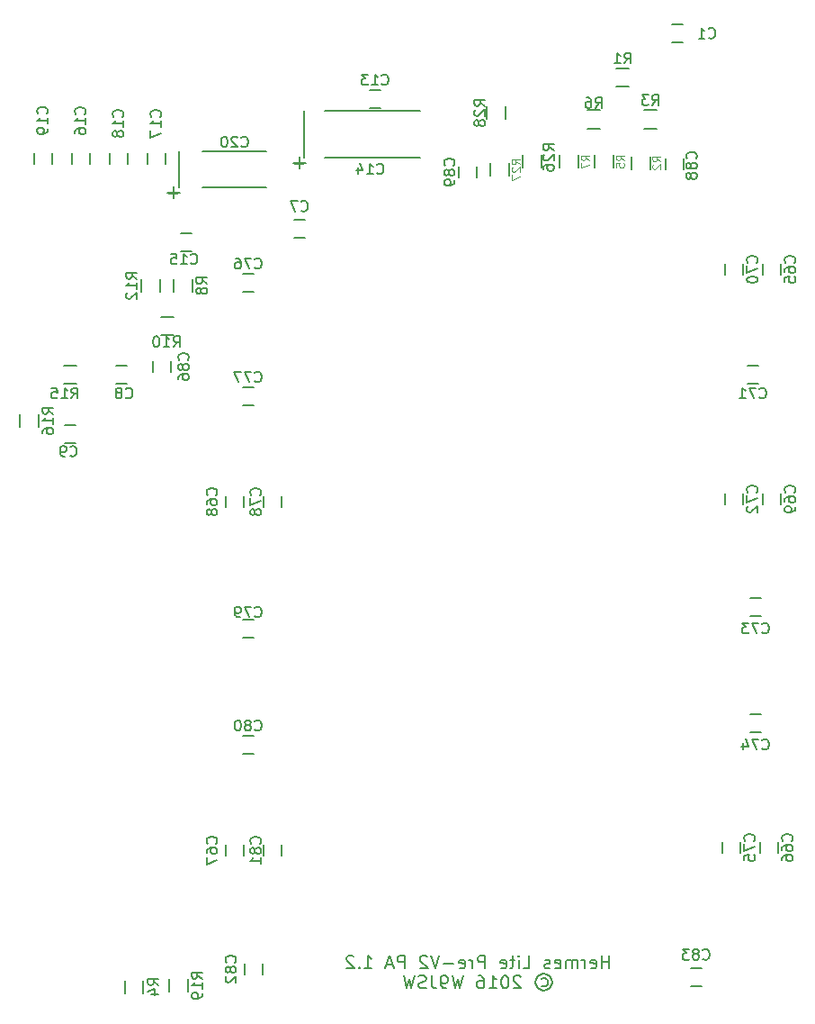
<source format=gbo>
G04 #@! TF.FileFunction,Legend,Bot*
%FSLAX46Y46*%
G04 Gerber Fmt 4.6, Leading zero omitted, Abs format (unit mm)*
G04 Created by KiCad (PCBNEW 4.0.1-stable) date 02/05/2016 08:37:44*
%MOMM*%
G01*
G04 APERTURE LIST*
%ADD10C,0.100000*%
%ADD11C,0.200000*%
%ADD12C,0.150000*%
G04 APERTURE END LIST*
D10*
D11*
X175474357Y-127682357D02*
X175474357Y-126482357D01*
X175474357Y-127053786D02*
X174788642Y-127053786D01*
X174788642Y-127682357D02*
X174788642Y-126482357D01*
X173760071Y-127625214D02*
X173874357Y-127682357D01*
X174102928Y-127682357D01*
X174217214Y-127625214D01*
X174274357Y-127510929D01*
X174274357Y-127053786D01*
X174217214Y-126939500D01*
X174102928Y-126882357D01*
X173874357Y-126882357D01*
X173760071Y-126939500D01*
X173702928Y-127053786D01*
X173702928Y-127168071D01*
X174274357Y-127282357D01*
X173188643Y-127682357D02*
X173188643Y-126882357D01*
X173188643Y-127110929D02*
X173131500Y-126996643D01*
X173074357Y-126939500D01*
X172960071Y-126882357D01*
X172845786Y-126882357D01*
X172445786Y-127682357D02*
X172445786Y-126882357D01*
X172445786Y-126996643D02*
X172388643Y-126939500D01*
X172274357Y-126882357D01*
X172102929Y-126882357D01*
X171988643Y-126939500D01*
X171931500Y-127053786D01*
X171931500Y-127682357D01*
X171931500Y-127053786D02*
X171874357Y-126939500D01*
X171760071Y-126882357D01*
X171588643Y-126882357D01*
X171474357Y-126939500D01*
X171417214Y-127053786D01*
X171417214Y-127682357D01*
X170388643Y-127625214D02*
X170502929Y-127682357D01*
X170731500Y-127682357D01*
X170845786Y-127625214D01*
X170902929Y-127510929D01*
X170902929Y-127053786D01*
X170845786Y-126939500D01*
X170731500Y-126882357D01*
X170502929Y-126882357D01*
X170388643Y-126939500D01*
X170331500Y-127053786D01*
X170331500Y-127168071D01*
X170902929Y-127282357D01*
X169874358Y-127625214D02*
X169760072Y-127682357D01*
X169531500Y-127682357D01*
X169417215Y-127625214D01*
X169360072Y-127510929D01*
X169360072Y-127453786D01*
X169417215Y-127339500D01*
X169531500Y-127282357D01*
X169702929Y-127282357D01*
X169817215Y-127225214D01*
X169874358Y-127110929D01*
X169874358Y-127053786D01*
X169817215Y-126939500D01*
X169702929Y-126882357D01*
X169531500Y-126882357D01*
X169417215Y-126939500D01*
X167360071Y-127682357D02*
X167931500Y-127682357D01*
X167931500Y-126482357D01*
X166960071Y-127682357D02*
X166960071Y-126882357D01*
X166960071Y-126482357D02*
X167017214Y-126539500D01*
X166960071Y-126596643D01*
X166902928Y-126539500D01*
X166960071Y-126482357D01*
X166960071Y-126596643D01*
X166560070Y-126882357D02*
X166102927Y-126882357D01*
X166388642Y-126482357D02*
X166388642Y-127510929D01*
X166331499Y-127625214D01*
X166217213Y-127682357D01*
X166102927Y-127682357D01*
X165245785Y-127625214D02*
X165360071Y-127682357D01*
X165588642Y-127682357D01*
X165702928Y-127625214D01*
X165760071Y-127510929D01*
X165760071Y-127053786D01*
X165702928Y-126939500D01*
X165588642Y-126882357D01*
X165360071Y-126882357D01*
X165245785Y-126939500D01*
X165188642Y-127053786D01*
X165188642Y-127168071D01*
X165760071Y-127282357D01*
X163760071Y-127682357D02*
X163760071Y-126482357D01*
X163302928Y-126482357D01*
X163188642Y-126539500D01*
X163131499Y-126596643D01*
X163074356Y-126710929D01*
X163074356Y-126882357D01*
X163131499Y-126996643D01*
X163188642Y-127053786D01*
X163302928Y-127110929D01*
X163760071Y-127110929D01*
X162560071Y-127682357D02*
X162560071Y-126882357D01*
X162560071Y-127110929D02*
X162502928Y-126996643D01*
X162445785Y-126939500D01*
X162331499Y-126882357D01*
X162217214Y-126882357D01*
X161360071Y-127625214D02*
X161474357Y-127682357D01*
X161702928Y-127682357D01*
X161817214Y-127625214D01*
X161874357Y-127510929D01*
X161874357Y-127053786D01*
X161817214Y-126939500D01*
X161702928Y-126882357D01*
X161474357Y-126882357D01*
X161360071Y-126939500D01*
X161302928Y-127053786D01*
X161302928Y-127168071D01*
X161874357Y-127282357D01*
X160788643Y-127225214D02*
X159874357Y-127225214D01*
X159474357Y-126482357D02*
X159074357Y-127682357D01*
X158674357Y-126482357D01*
X158331501Y-126596643D02*
X158274358Y-126539500D01*
X158160072Y-126482357D01*
X157874358Y-126482357D01*
X157760072Y-126539500D01*
X157702929Y-126596643D01*
X157645786Y-126710929D01*
X157645786Y-126825214D01*
X157702929Y-126996643D01*
X158388643Y-127682357D01*
X157645786Y-127682357D01*
X156217215Y-127682357D02*
X156217215Y-126482357D01*
X155760072Y-126482357D01*
X155645786Y-126539500D01*
X155588643Y-126596643D01*
X155531500Y-126710929D01*
X155531500Y-126882357D01*
X155588643Y-126996643D01*
X155645786Y-127053786D01*
X155760072Y-127110929D01*
X156217215Y-127110929D01*
X155074358Y-127339500D02*
X154502929Y-127339500D01*
X155188643Y-127682357D02*
X154788643Y-126482357D01*
X154388643Y-127682357D01*
X152445786Y-127682357D02*
X153131501Y-127682357D01*
X152788643Y-127682357D02*
X152788643Y-126482357D01*
X152902929Y-126653786D01*
X153017215Y-126768071D01*
X153131501Y-126825214D01*
X151931501Y-127568071D02*
X151874358Y-127625214D01*
X151931501Y-127682357D01*
X151988644Y-127625214D01*
X151931501Y-127568071D01*
X151931501Y-127682357D01*
X151417215Y-126596643D02*
X151360072Y-126539500D01*
X151245786Y-126482357D01*
X150960072Y-126482357D01*
X150845786Y-126539500D01*
X150788643Y-126596643D01*
X150731500Y-126710929D01*
X150731500Y-126825214D01*
X150788643Y-126996643D01*
X151474357Y-127682357D01*
X150731500Y-127682357D01*
X169074357Y-128648071D02*
X169188643Y-128590929D01*
X169417214Y-128590929D01*
X169531500Y-128648071D01*
X169645786Y-128762357D01*
X169702929Y-128876643D01*
X169702929Y-129105214D01*
X169645786Y-129219500D01*
X169531500Y-129333786D01*
X169417214Y-129390929D01*
X169188643Y-129390929D01*
X169074357Y-129333786D01*
X169302929Y-128190929D02*
X169588643Y-128248071D01*
X169874357Y-128419500D01*
X170045786Y-128705214D01*
X170102929Y-128990929D01*
X170045786Y-129276643D01*
X169874357Y-129562357D01*
X169588643Y-129733786D01*
X169302929Y-129790929D01*
X169017214Y-129733786D01*
X168731500Y-129562357D01*
X168560071Y-129276643D01*
X168502929Y-128990929D01*
X168560071Y-128705214D01*
X168731500Y-128419500D01*
X169017214Y-128248071D01*
X169302929Y-128190929D01*
X167131500Y-128476643D02*
X167074357Y-128419500D01*
X166960071Y-128362357D01*
X166674357Y-128362357D01*
X166560071Y-128419500D01*
X166502928Y-128476643D01*
X166445785Y-128590929D01*
X166445785Y-128705214D01*
X166502928Y-128876643D01*
X167188642Y-129562357D01*
X166445785Y-129562357D01*
X165702928Y-128362357D02*
X165588643Y-128362357D01*
X165474357Y-128419500D01*
X165417214Y-128476643D01*
X165360071Y-128590929D01*
X165302928Y-128819500D01*
X165302928Y-129105214D01*
X165360071Y-129333786D01*
X165417214Y-129448071D01*
X165474357Y-129505214D01*
X165588643Y-129562357D01*
X165702928Y-129562357D01*
X165817214Y-129505214D01*
X165874357Y-129448071D01*
X165931500Y-129333786D01*
X165988643Y-129105214D01*
X165988643Y-128819500D01*
X165931500Y-128590929D01*
X165874357Y-128476643D01*
X165817214Y-128419500D01*
X165702928Y-128362357D01*
X164160071Y-129562357D02*
X164845786Y-129562357D01*
X164502928Y-129562357D02*
X164502928Y-128362357D01*
X164617214Y-128533786D01*
X164731500Y-128648071D01*
X164845786Y-128705214D01*
X163131500Y-128362357D02*
X163360071Y-128362357D01*
X163474357Y-128419500D01*
X163531500Y-128476643D01*
X163645786Y-128648071D01*
X163702929Y-128876643D01*
X163702929Y-129333786D01*
X163645786Y-129448071D01*
X163588643Y-129505214D01*
X163474357Y-129562357D01*
X163245786Y-129562357D01*
X163131500Y-129505214D01*
X163074357Y-129448071D01*
X163017214Y-129333786D01*
X163017214Y-129048071D01*
X163074357Y-128933786D01*
X163131500Y-128876643D01*
X163245786Y-128819500D01*
X163474357Y-128819500D01*
X163588643Y-128876643D01*
X163645786Y-128933786D01*
X163702929Y-129048071D01*
X161702928Y-128362357D02*
X161417214Y-129562357D01*
X161188643Y-128705214D01*
X160960071Y-129562357D01*
X160674357Y-128362357D01*
X160160071Y-129562357D02*
X159931499Y-129562357D01*
X159817214Y-129505214D01*
X159760071Y-129448071D01*
X159645785Y-129276643D01*
X159588642Y-129048071D01*
X159588642Y-128590929D01*
X159645785Y-128476643D01*
X159702928Y-128419500D01*
X159817214Y-128362357D01*
X160045785Y-128362357D01*
X160160071Y-128419500D01*
X160217214Y-128476643D01*
X160274357Y-128590929D01*
X160274357Y-128876643D01*
X160217214Y-128990929D01*
X160160071Y-129048071D01*
X160045785Y-129105214D01*
X159817214Y-129105214D01*
X159702928Y-129048071D01*
X159645785Y-128990929D01*
X159588642Y-128876643D01*
X158731500Y-128362357D02*
X158731500Y-129219500D01*
X158788642Y-129390929D01*
X158902928Y-129505214D01*
X159074357Y-129562357D01*
X159188642Y-129562357D01*
X158217214Y-129505214D02*
X158045785Y-129562357D01*
X157760071Y-129562357D01*
X157645785Y-129505214D01*
X157588642Y-129448071D01*
X157531499Y-129333786D01*
X157531499Y-129219500D01*
X157588642Y-129105214D01*
X157645785Y-129048071D01*
X157760071Y-128990929D01*
X157988642Y-128933786D01*
X158102928Y-128876643D01*
X158160071Y-128819500D01*
X158217214Y-128705214D01*
X158217214Y-128590929D01*
X158160071Y-128476643D01*
X158102928Y-128419500D01*
X157988642Y-128362357D01*
X157702928Y-128362357D01*
X157531499Y-128419500D01*
X157131499Y-128362357D02*
X156845785Y-129562357D01*
X156617214Y-128705214D01*
X156388642Y-129562357D01*
X156102928Y-128362357D01*
D12*
X130040000Y-72732000D02*
X129040000Y-72732000D01*
X129040000Y-71032000D02*
X130040000Y-71032000D01*
X124214000Y-76620000D02*
X125214000Y-76620000D01*
X125214000Y-78320000D02*
X124214000Y-78320000D01*
X153916000Y-46824000D02*
X152916000Y-46824000D01*
X152916000Y-45124000D02*
X153916000Y-45124000D01*
X136136000Y-60286000D02*
X135136000Y-60286000D01*
X135136000Y-58586000D02*
X136136000Y-58586000D01*
X124880000Y-52062000D02*
X124880000Y-51062000D01*
X126580000Y-51062000D02*
X126580000Y-52062000D01*
X131992000Y-52062000D02*
X131992000Y-51062000D01*
X133692000Y-51062000D02*
X133692000Y-52062000D01*
X121324000Y-52062000D02*
X121324000Y-51062000D01*
X123024000Y-51062000D02*
X123024000Y-52062000D01*
X174131000Y-51216000D02*
X174131000Y-52416000D01*
X175881000Y-52416000D02*
X175881000Y-51216000D01*
X174590000Y-47004000D02*
X173390000Y-47004000D01*
X173390000Y-48754000D02*
X174590000Y-48754000D01*
X170829000Y-51216000D02*
X170829000Y-52416000D01*
X172579000Y-52416000D02*
X172579000Y-51216000D01*
X136257000Y-64100000D02*
X136257000Y-62900000D01*
X134507000Y-62900000D02*
X134507000Y-64100000D01*
X134458000Y-66435000D02*
X133258000Y-66435000D01*
X133258000Y-68185000D02*
X134458000Y-68185000D01*
X133209000Y-64100000D02*
X133209000Y-62900000D01*
X131459000Y-62900000D02*
X131459000Y-64100000D01*
X176120500Y-44817000D02*
X177320500Y-44817000D01*
X177320500Y-43067000D02*
X176120500Y-43067000D01*
X177560000Y-51343000D02*
X177560000Y-52543000D01*
X179310000Y-52543000D02*
X179310000Y-51343000D01*
X179924000Y-47004000D02*
X178724000Y-47004000D01*
X178724000Y-48754000D02*
X179924000Y-48754000D01*
X181364000Y-38964500D02*
X182364000Y-38964500D01*
X182364000Y-40664500D02*
X181364000Y-40664500D01*
X125314000Y-71007000D02*
X124114000Y-71007000D01*
X124114000Y-72757000D02*
X125314000Y-72757000D01*
X121779000Y-76800000D02*
X121779000Y-75600000D01*
X120029000Y-75600000D02*
X120029000Y-76800000D01*
X128436000Y-52062000D02*
X128436000Y-51062000D01*
X130136000Y-51062000D02*
X130136000Y-52062000D01*
X146758660Y-51475640D02*
X146758660Y-47076360D01*
X148661120Y-47076360D02*
X157662880Y-47076360D01*
X157662880Y-51475640D02*
X148661120Y-51475640D01*
X146304000Y-52478940D02*
X146304000Y-51379120D01*
X145704560Y-51978560D02*
X146903440Y-51978560D01*
X134957820Y-54277260D02*
X134957820Y-50878740D01*
X143207740Y-50878740D02*
X137208260Y-50878740D01*
X143207740Y-54277260D02*
X137208260Y-54277260D01*
X134454900Y-55280560D02*
X134454900Y-54180740D01*
X133855460Y-54780180D02*
X135054340Y-54780180D01*
X145804000Y-57316000D02*
X146804000Y-57316000D01*
X146804000Y-59016000D02*
X145804000Y-59016000D01*
X191604000Y-61476000D02*
X191604000Y-62476000D01*
X189904000Y-62476000D02*
X189904000Y-61476000D01*
X191350000Y-115832000D02*
X191350000Y-116832000D01*
X189650000Y-116832000D02*
X189650000Y-115832000D01*
X139358000Y-117086000D02*
X139358000Y-116086000D01*
X141058000Y-116086000D02*
X141058000Y-117086000D01*
X139358000Y-84320000D02*
X139358000Y-83320000D01*
X141058000Y-83320000D02*
X141058000Y-84320000D01*
X191604000Y-83066000D02*
X191604000Y-84066000D01*
X189904000Y-84066000D02*
X189904000Y-83066000D01*
X188048000Y-61476000D02*
X188048000Y-62476000D01*
X186348000Y-62476000D02*
X186348000Y-61476000D01*
X188476000Y-71032000D02*
X189476000Y-71032000D01*
X189476000Y-72732000D02*
X188476000Y-72732000D01*
X188048000Y-83066000D02*
X188048000Y-84066000D01*
X186348000Y-84066000D02*
X186348000Y-83066000D01*
X188730000Y-92876000D02*
X189730000Y-92876000D01*
X189730000Y-94576000D02*
X188730000Y-94576000D01*
X188730000Y-103798000D02*
X189730000Y-103798000D01*
X189730000Y-105498000D02*
X188730000Y-105498000D01*
X187794000Y-115832000D02*
X187794000Y-116832000D01*
X186094000Y-116832000D02*
X186094000Y-115832000D01*
X141978000Y-64096000D02*
X140978000Y-64096000D01*
X140978000Y-62396000D02*
X141978000Y-62396000D01*
X141978000Y-74764000D02*
X140978000Y-74764000D01*
X140978000Y-73064000D02*
X141978000Y-73064000D01*
X142914000Y-84320000D02*
X142914000Y-83320000D01*
X144614000Y-83320000D02*
X144614000Y-84320000D01*
X141978000Y-96608000D02*
X140978000Y-96608000D01*
X140978000Y-94908000D02*
X141978000Y-94908000D01*
X141978000Y-107530000D02*
X140978000Y-107530000D01*
X140978000Y-105830000D02*
X141978000Y-105830000D01*
X142914000Y-117086000D02*
X142914000Y-116086000D01*
X144614000Y-116086000D02*
X144614000Y-117086000D01*
X141136000Y-128262000D02*
X141136000Y-127262000D01*
X142836000Y-127262000D02*
X142836000Y-128262000D01*
X167336500Y-51216000D02*
X167336500Y-52416000D01*
X169086500Y-52416000D02*
X169086500Y-51216000D01*
X164288500Y-51978000D02*
X164288500Y-53178000D01*
X166038500Y-53178000D02*
X166038500Y-51978000D01*
X163971000Y-46644000D02*
X163971000Y-47844000D01*
X165721000Y-47844000D02*
X165721000Y-46644000D01*
X183142000Y-127674000D02*
X184142000Y-127674000D01*
X184142000Y-129374000D02*
X183142000Y-129374000D01*
X134200000Y-70620000D02*
X134200000Y-71620000D01*
X132500000Y-71620000D02*
X132500000Y-70620000D01*
X180760000Y-52570000D02*
X180760000Y-51570000D01*
X182460000Y-51570000D02*
X182460000Y-52570000D01*
X161265500Y-53332000D02*
X161265500Y-52332000D01*
X162965500Y-52332000D02*
X162965500Y-53332000D01*
X131621500Y-130013000D02*
X131621500Y-128813000D01*
X129871500Y-128813000D02*
X129871500Y-130013000D01*
X134062500Y-128686000D02*
X134062500Y-129886000D01*
X135812500Y-129886000D02*
X135812500Y-128686000D01*
X129960666Y-74017143D02*
X130008285Y-74064762D01*
X130151142Y-74112381D01*
X130246380Y-74112381D01*
X130389238Y-74064762D01*
X130484476Y-73969524D01*
X130532095Y-73874286D01*
X130579714Y-73683810D01*
X130579714Y-73540952D01*
X130532095Y-73350476D01*
X130484476Y-73255238D01*
X130389238Y-73160000D01*
X130246380Y-73112381D01*
X130151142Y-73112381D01*
X130008285Y-73160000D01*
X129960666Y-73207619D01*
X129389238Y-73540952D02*
X129484476Y-73493333D01*
X129532095Y-73445714D01*
X129579714Y-73350476D01*
X129579714Y-73302857D01*
X129532095Y-73207619D01*
X129484476Y-73160000D01*
X129389238Y-73112381D01*
X129198761Y-73112381D01*
X129103523Y-73160000D01*
X129055904Y-73207619D01*
X129008285Y-73302857D01*
X129008285Y-73350476D01*
X129055904Y-73445714D01*
X129103523Y-73493333D01*
X129198761Y-73540952D01*
X129389238Y-73540952D01*
X129484476Y-73588571D01*
X129532095Y-73636190D01*
X129579714Y-73731429D01*
X129579714Y-73921905D01*
X129532095Y-74017143D01*
X129484476Y-74064762D01*
X129389238Y-74112381D01*
X129198761Y-74112381D01*
X129103523Y-74064762D01*
X129055904Y-74017143D01*
X129008285Y-73921905D01*
X129008285Y-73731429D01*
X129055904Y-73636190D01*
X129103523Y-73588571D01*
X129198761Y-73540952D01*
X124730666Y-79477143D02*
X124778285Y-79524762D01*
X124921142Y-79572381D01*
X125016380Y-79572381D01*
X125159238Y-79524762D01*
X125254476Y-79429524D01*
X125302095Y-79334286D01*
X125349714Y-79143810D01*
X125349714Y-79000952D01*
X125302095Y-78810476D01*
X125254476Y-78715238D01*
X125159238Y-78620000D01*
X125016380Y-78572381D01*
X124921142Y-78572381D01*
X124778285Y-78620000D01*
X124730666Y-78667619D01*
X124254476Y-79572381D02*
X124064000Y-79572381D01*
X123968761Y-79524762D01*
X123921142Y-79477143D01*
X123825904Y-79334286D01*
X123778285Y-79143810D01*
X123778285Y-78762857D01*
X123825904Y-78667619D01*
X123873523Y-78620000D01*
X123968761Y-78572381D01*
X124159238Y-78572381D01*
X124254476Y-78620000D01*
X124302095Y-78667619D01*
X124349714Y-78762857D01*
X124349714Y-79000952D01*
X124302095Y-79096190D01*
X124254476Y-79143810D01*
X124159238Y-79191429D01*
X123968761Y-79191429D01*
X123873523Y-79143810D01*
X123825904Y-79096190D01*
X123778285Y-79000952D01*
X154058857Y-44553143D02*
X154106476Y-44600762D01*
X154249333Y-44648381D01*
X154344571Y-44648381D01*
X154487429Y-44600762D01*
X154582667Y-44505524D01*
X154630286Y-44410286D01*
X154677905Y-44219810D01*
X154677905Y-44076952D01*
X154630286Y-43886476D01*
X154582667Y-43791238D01*
X154487429Y-43696000D01*
X154344571Y-43648381D01*
X154249333Y-43648381D01*
X154106476Y-43696000D01*
X154058857Y-43743619D01*
X153106476Y-44648381D02*
X153677905Y-44648381D01*
X153392191Y-44648381D02*
X153392191Y-43648381D01*
X153487429Y-43791238D01*
X153582667Y-43886476D01*
X153677905Y-43934095D01*
X152773143Y-43648381D02*
X152154095Y-43648381D01*
X152487429Y-44029333D01*
X152344571Y-44029333D01*
X152249333Y-44076952D01*
X152201714Y-44124571D01*
X152154095Y-44219810D01*
X152154095Y-44457905D01*
X152201714Y-44553143D01*
X152249333Y-44600762D01*
X152344571Y-44648381D01*
X152630286Y-44648381D01*
X152725524Y-44600762D01*
X152773143Y-44553143D01*
X136078857Y-61393143D02*
X136126476Y-61440762D01*
X136269333Y-61488381D01*
X136364571Y-61488381D01*
X136507429Y-61440762D01*
X136602667Y-61345524D01*
X136650286Y-61250286D01*
X136697905Y-61059810D01*
X136697905Y-60916952D01*
X136650286Y-60726476D01*
X136602667Y-60631238D01*
X136507429Y-60536000D01*
X136364571Y-60488381D01*
X136269333Y-60488381D01*
X136126476Y-60536000D01*
X136078857Y-60583619D01*
X135126476Y-61488381D02*
X135697905Y-61488381D01*
X135412191Y-61488381D02*
X135412191Y-60488381D01*
X135507429Y-60631238D01*
X135602667Y-60726476D01*
X135697905Y-60774095D01*
X134221714Y-60488381D02*
X134697905Y-60488381D01*
X134745524Y-60964571D01*
X134697905Y-60916952D01*
X134602667Y-60869333D01*
X134364571Y-60869333D01*
X134269333Y-60916952D01*
X134221714Y-60964571D01*
X134174095Y-61059810D01*
X134174095Y-61297905D01*
X134221714Y-61393143D01*
X134269333Y-61440762D01*
X134364571Y-61488381D01*
X134602667Y-61488381D01*
X134697905Y-61440762D01*
X134745524Y-61393143D01*
X126087143Y-47363143D02*
X126134762Y-47315524D01*
X126182381Y-47172667D01*
X126182381Y-47077429D01*
X126134762Y-46934571D01*
X126039524Y-46839333D01*
X125944286Y-46791714D01*
X125753810Y-46744095D01*
X125610952Y-46744095D01*
X125420476Y-46791714D01*
X125325238Y-46839333D01*
X125230000Y-46934571D01*
X125182381Y-47077429D01*
X125182381Y-47172667D01*
X125230000Y-47315524D01*
X125277619Y-47363143D01*
X126182381Y-48315524D02*
X126182381Y-47744095D01*
X126182381Y-48029809D02*
X125182381Y-48029809D01*
X125325238Y-47934571D01*
X125420476Y-47839333D01*
X125468095Y-47744095D01*
X125182381Y-49172667D02*
X125182381Y-48982190D01*
X125230000Y-48886952D01*
X125277619Y-48839333D01*
X125420476Y-48744095D01*
X125610952Y-48696476D01*
X125991905Y-48696476D01*
X126087143Y-48744095D01*
X126134762Y-48791714D01*
X126182381Y-48886952D01*
X126182381Y-49077429D01*
X126134762Y-49172667D01*
X126087143Y-49220286D01*
X125991905Y-49267905D01*
X125753810Y-49267905D01*
X125658571Y-49220286D01*
X125610952Y-49172667D01*
X125563333Y-49077429D01*
X125563333Y-48886952D01*
X125610952Y-48791714D01*
X125658571Y-48744095D01*
X125753810Y-48696476D01*
X133199143Y-47617143D02*
X133246762Y-47569524D01*
X133294381Y-47426667D01*
X133294381Y-47331429D01*
X133246762Y-47188571D01*
X133151524Y-47093333D01*
X133056286Y-47045714D01*
X132865810Y-46998095D01*
X132722952Y-46998095D01*
X132532476Y-47045714D01*
X132437238Y-47093333D01*
X132342000Y-47188571D01*
X132294381Y-47331429D01*
X132294381Y-47426667D01*
X132342000Y-47569524D01*
X132389619Y-47617143D01*
X133294381Y-48569524D02*
X133294381Y-47998095D01*
X133294381Y-48283809D02*
X132294381Y-48283809D01*
X132437238Y-48188571D01*
X132532476Y-48093333D01*
X132580095Y-47998095D01*
X132294381Y-48902857D02*
X132294381Y-49569524D01*
X133294381Y-49140952D01*
X122531143Y-47319143D02*
X122578762Y-47271524D01*
X122626381Y-47128667D01*
X122626381Y-47033429D01*
X122578762Y-46890571D01*
X122483524Y-46795333D01*
X122388286Y-46747714D01*
X122197810Y-46700095D01*
X122054952Y-46700095D01*
X121864476Y-46747714D01*
X121769238Y-46795333D01*
X121674000Y-46890571D01*
X121626381Y-47033429D01*
X121626381Y-47128667D01*
X121674000Y-47271524D01*
X121721619Y-47319143D01*
X122626381Y-48271524D02*
X122626381Y-47700095D01*
X122626381Y-47985809D02*
X121626381Y-47985809D01*
X121769238Y-47890571D01*
X121864476Y-47795333D01*
X121912095Y-47700095D01*
X122626381Y-48747714D02*
X122626381Y-48938190D01*
X122578762Y-49033429D01*
X122531143Y-49081048D01*
X122388286Y-49176286D01*
X122197810Y-49223905D01*
X121816857Y-49223905D01*
X121721619Y-49176286D01*
X121674000Y-49128667D01*
X121626381Y-49033429D01*
X121626381Y-48842952D01*
X121674000Y-48747714D01*
X121721619Y-48700095D01*
X121816857Y-48652476D01*
X122054952Y-48652476D01*
X122150190Y-48700095D01*
X122197810Y-48747714D01*
X122245429Y-48842952D01*
X122245429Y-49033429D01*
X122197810Y-49128667D01*
X122150190Y-49176286D01*
X122054952Y-49223905D01*
D10*
X176869286Y-51691000D02*
X176512143Y-51441000D01*
X176869286Y-51262428D02*
X176119286Y-51262428D01*
X176119286Y-51548143D01*
X176155000Y-51619571D01*
X176190714Y-51655286D01*
X176262143Y-51691000D01*
X176369286Y-51691000D01*
X176440714Y-51655286D01*
X176476429Y-51619571D01*
X176512143Y-51548143D01*
X176512143Y-51262428D01*
X176119286Y-52369571D02*
X176119286Y-52012428D01*
X176476429Y-51976714D01*
X176440714Y-52012428D01*
X176405000Y-52083857D01*
X176405000Y-52262428D01*
X176440714Y-52333857D01*
X176476429Y-52369571D01*
X176547857Y-52405286D01*
X176726429Y-52405286D01*
X176797857Y-52369571D01*
X176833571Y-52333857D01*
X176869286Y-52262428D01*
X176869286Y-52083857D01*
X176833571Y-52012428D01*
X176797857Y-51976714D01*
D12*
X174156666Y-46807381D02*
X174490000Y-46331190D01*
X174728095Y-46807381D02*
X174728095Y-45807381D01*
X174347142Y-45807381D01*
X174251904Y-45855000D01*
X174204285Y-45902619D01*
X174156666Y-45997857D01*
X174156666Y-46140714D01*
X174204285Y-46235952D01*
X174251904Y-46283571D01*
X174347142Y-46331190D01*
X174728095Y-46331190D01*
X173299523Y-45807381D02*
X173490000Y-45807381D01*
X173585238Y-45855000D01*
X173632857Y-45902619D01*
X173728095Y-46045476D01*
X173775714Y-46235952D01*
X173775714Y-46616905D01*
X173728095Y-46712143D01*
X173680476Y-46759762D01*
X173585238Y-46807381D01*
X173394761Y-46807381D01*
X173299523Y-46759762D01*
X173251904Y-46712143D01*
X173204285Y-46616905D01*
X173204285Y-46378810D01*
X173251904Y-46283571D01*
X173299523Y-46235952D01*
X173394761Y-46188333D01*
X173585238Y-46188333D01*
X173680476Y-46235952D01*
X173728095Y-46283571D01*
X173775714Y-46378810D01*
D10*
X173567286Y-51691000D02*
X173210143Y-51441000D01*
X173567286Y-51262428D02*
X172817286Y-51262428D01*
X172817286Y-51548143D01*
X172853000Y-51619571D01*
X172888714Y-51655286D01*
X172960143Y-51691000D01*
X173067286Y-51691000D01*
X173138714Y-51655286D01*
X173174429Y-51619571D01*
X173210143Y-51548143D01*
X173210143Y-51262428D01*
X172817286Y-51941000D02*
X172817286Y-52441000D01*
X173567286Y-52119571D01*
D12*
X137612381Y-63333334D02*
X137136190Y-63000000D01*
X137612381Y-62761905D02*
X136612381Y-62761905D01*
X136612381Y-63142858D01*
X136660000Y-63238096D01*
X136707619Y-63285715D01*
X136802857Y-63333334D01*
X136945714Y-63333334D01*
X137040952Y-63285715D01*
X137088571Y-63238096D01*
X137136190Y-63142858D01*
X137136190Y-62761905D01*
X137040952Y-63904762D02*
X136993333Y-63809524D01*
X136945714Y-63761905D01*
X136850476Y-63714286D01*
X136802857Y-63714286D01*
X136707619Y-63761905D01*
X136660000Y-63809524D01*
X136612381Y-63904762D01*
X136612381Y-64095239D01*
X136660000Y-64190477D01*
X136707619Y-64238096D01*
X136802857Y-64285715D01*
X136850476Y-64285715D01*
X136945714Y-64238096D01*
X136993333Y-64190477D01*
X137040952Y-64095239D01*
X137040952Y-63904762D01*
X137088571Y-63809524D01*
X137136190Y-63761905D01*
X137231429Y-63714286D01*
X137421905Y-63714286D01*
X137517143Y-63761905D01*
X137564762Y-63809524D01*
X137612381Y-63904762D01*
X137612381Y-64095239D01*
X137564762Y-64190477D01*
X137517143Y-64238096D01*
X137421905Y-64285715D01*
X137231429Y-64285715D01*
X137136190Y-64238096D01*
X137088571Y-64190477D01*
X137040952Y-64095239D01*
X134450857Y-69262381D02*
X134784191Y-68786190D01*
X135022286Y-69262381D02*
X135022286Y-68262381D01*
X134641333Y-68262381D01*
X134546095Y-68310000D01*
X134498476Y-68357619D01*
X134450857Y-68452857D01*
X134450857Y-68595714D01*
X134498476Y-68690952D01*
X134546095Y-68738571D01*
X134641333Y-68786190D01*
X135022286Y-68786190D01*
X133498476Y-69262381D02*
X134069905Y-69262381D01*
X133784191Y-69262381D02*
X133784191Y-68262381D01*
X133879429Y-68405238D01*
X133974667Y-68500476D01*
X134069905Y-68548095D01*
X132879429Y-68262381D02*
X132784190Y-68262381D01*
X132688952Y-68310000D01*
X132641333Y-68357619D01*
X132593714Y-68452857D01*
X132546095Y-68643333D01*
X132546095Y-68881429D01*
X132593714Y-69071905D01*
X132641333Y-69167143D01*
X132688952Y-69214762D01*
X132784190Y-69262381D01*
X132879429Y-69262381D01*
X132974667Y-69214762D01*
X133022286Y-69167143D01*
X133069905Y-69071905D01*
X133117524Y-68881429D01*
X133117524Y-68643333D01*
X133069905Y-68452857D01*
X133022286Y-68357619D01*
X132974667Y-68310000D01*
X132879429Y-68262381D01*
X131008381Y-62857143D02*
X130532190Y-62523809D01*
X131008381Y-62285714D02*
X130008381Y-62285714D01*
X130008381Y-62666667D01*
X130056000Y-62761905D01*
X130103619Y-62809524D01*
X130198857Y-62857143D01*
X130341714Y-62857143D01*
X130436952Y-62809524D01*
X130484571Y-62761905D01*
X130532190Y-62666667D01*
X130532190Y-62285714D01*
X131008381Y-63809524D02*
X131008381Y-63238095D01*
X131008381Y-63523809D02*
X130008381Y-63523809D01*
X130151238Y-63428571D01*
X130246476Y-63333333D01*
X130294095Y-63238095D01*
X130103619Y-64190476D02*
X130056000Y-64238095D01*
X130008381Y-64333333D01*
X130008381Y-64571429D01*
X130056000Y-64666667D01*
X130103619Y-64714286D01*
X130198857Y-64761905D01*
X130294095Y-64761905D01*
X130436952Y-64714286D01*
X131008381Y-64142857D01*
X131008381Y-64761905D01*
X176887166Y-42616381D02*
X177220500Y-42140190D01*
X177458595Y-42616381D02*
X177458595Y-41616381D01*
X177077642Y-41616381D01*
X176982404Y-41664000D01*
X176934785Y-41711619D01*
X176887166Y-41806857D01*
X176887166Y-41949714D01*
X176934785Y-42044952D01*
X176982404Y-42092571D01*
X177077642Y-42140190D01*
X177458595Y-42140190D01*
X175934785Y-42616381D02*
X176506214Y-42616381D01*
X176220500Y-42616381D02*
X176220500Y-41616381D01*
X176315738Y-41759238D01*
X176410976Y-41854476D01*
X176506214Y-41902095D01*
D10*
X180298286Y-51818000D02*
X179941143Y-51568000D01*
X180298286Y-51389428D02*
X179548286Y-51389428D01*
X179548286Y-51675143D01*
X179584000Y-51746571D01*
X179619714Y-51782286D01*
X179691143Y-51818000D01*
X179798286Y-51818000D01*
X179869714Y-51782286D01*
X179905429Y-51746571D01*
X179941143Y-51675143D01*
X179941143Y-51389428D01*
X179619714Y-52103714D02*
X179584000Y-52139428D01*
X179548286Y-52210857D01*
X179548286Y-52389428D01*
X179584000Y-52460857D01*
X179619714Y-52496571D01*
X179691143Y-52532286D01*
X179762571Y-52532286D01*
X179869714Y-52496571D01*
X180298286Y-52068000D01*
X180298286Y-52532286D01*
D12*
X179490666Y-46553381D02*
X179824000Y-46077190D01*
X180062095Y-46553381D02*
X180062095Y-45553381D01*
X179681142Y-45553381D01*
X179585904Y-45601000D01*
X179538285Y-45648619D01*
X179490666Y-45743857D01*
X179490666Y-45886714D01*
X179538285Y-45981952D01*
X179585904Y-46029571D01*
X179681142Y-46077190D01*
X180062095Y-46077190D01*
X179157333Y-45553381D02*
X178538285Y-45553381D01*
X178871619Y-45934333D01*
X178728761Y-45934333D01*
X178633523Y-45981952D01*
X178585904Y-46029571D01*
X178538285Y-46124810D01*
X178538285Y-46362905D01*
X178585904Y-46458143D01*
X178633523Y-46505762D01*
X178728761Y-46553381D01*
X179014476Y-46553381D01*
X179109714Y-46505762D01*
X179157333Y-46458143D01*
X184824666Y-40171643D02*
X184872285Y-40219262D01*
X185015142Y-40266881D01*
X185110380Y-40266881D01*
X185253238Y-40219262D01*
X185348476Y-40124024D01*
X185396095Y-40028786D01*
X185443714Y-39838310D01*
X185443714Y-39695452D01*
X185396095Y-39504976D01*
X185348476Y-39409738D01*
X185253238Y-39314500D01*
X185110380Y-39266881D01*
X185015142Y-39266881D01*
X184872285Y-39314500D01*
X184824666Y-39362119D01*
X183872285Y-40266881D02*
X184443714Y-40266881D01*
X184158000Y-40266881D02*
X184158000Y-39266881D01*
X184253238Y-39409738D01*
X184348476Y-39504976D01*
X184443714Y-39552595D01*
X124848857Y-74112381D02*
X125182191Y-73636190D01*
X125420286Y-74112381D02*
X125420286Y-73112381D01*
X125039333Y-73112381D01*
X124944095Y-73160000D01*
X124896476Y-73207619D01*
X124848857Y-73302857D01*
X124848857Y-73445714D01*
X124896476Y-73540952D01*
X124944095Y-73588571D01*
X125039333Y-73636190D01*
X125420286Y-73636190D01*
X123896476Y-74112381D02*
X124467905Y-74112381D01*
X124182191Y-74112381D02*
X124182191Y-73112381D01*
X124277429Y-73255238D01*
X124372667Y-73350476D01*
X124467905Y-73398095D01*
X122991714Y-73112381D02*
X123467905Y-73112381D01*
X123515524Y-73588571D01*
X123467905Y-73540952D01*
X123372667Y-73493333D01*
X123134571Y-73493333D01*
X123039333Y-73540952D01*
X122991714Y-73588571D01*
X122944095Y-73683810D01*
X122944095Y-73921905D01*
X122991714Y-74017143D01*
X123039333Y-74064762D01*
X123134571Y-74112381D01*
X123372667Y-74112381D01*
X123467905Y-74064762D01*
X123515524Y-74017143D01*
X123134381Y-75557143D02*
X122658190Y-75223809D01*
X123134381Y-74985714D02*
X122134381Y-74985714D01*
X122134381Y-75366667D01*
X122182000Y-75461905D01*
X122229619Y-75509524D01*
X122324857Y-75557143D01*
X122467714Y-75557143D01*
X122562952Y-75509524D01*
X122610571Y-75461905D01*
X122658190Y-75366667D01*
X122658190Y-74985714D01*
X123134381Y-76509524D02*
X123134381Y-75938095D01*
X123134381Y-76223809D02*
X122134381Y-76223809D01*
X122277238Y-76128571D01*
X122372476Y-76033333D01*
X122420095Y-75938095D01*
X122134381Y-77366667D02*
X122134381Y-77176190D01*
X122182000Y-77080952D01*
X122229619Y-77033333D01*
X122372476Y-76938095D01*
X122562952Y-76890476D01*
X122943905Y-76890476D01*
X123039143Y-76938095D01*
X123086762Y-76985714D01*
X123134381Y-77080952D01*
X123134381Y-77271429D01*
X123086762Y-77366667D01*
X123039143Y-77414286D01*
X122943905Y-77461905D01*
X122705810Y-77461905D01*
X122610571Y-77414286D01*
X122562952Y-77366667D01*
X122515333Y-77271429D01*
X122515333Y-77080952D01*
X122562952Y-76985714D01*
X122610571Y-76938095D01*
X122705810Y-76890476D01*
X129643143Y-47617143D02*
X129690762Y-47569524D01*
X129738381Y-47426667D01*
X129738381Y-47331429D01*
X129690762Y-47188571D01*
X129595524Y-47093333D01*
X129500286Y-47045714D01*
X129309810Y-46998095D01*
X129166952Y-46998095D01*
X128976476Y-47045714D01*
X128881238Y-47093333D01*
X128786000Y-47188571D01*
X128738381Y-47331429D01*
X128738381Y-47426667D01*
X128786000Y-47569524D01*
X128833619Y-47617143D01*
X129738381Y-48569524D02*
X129738381Y-47998095D01*
X129738381Y-48283809D02*
X128738381Y-48283809D01*
X128881238Y-48188571D01*
X128976476Y-48093333D01*
X129024095Y-47998095D01*
X129166952Y-49140952D02*
X129119333Y-49045714D01*
X129071714Y-48998095D01*
X128976476Y-48950476D01*
X128928857Y-48950476D01*
X128833619Y-48998095D01*
X128786000Y-49045714D01*
X128738381Y-49140952D01*
X128738381Y-49331429D01*
X128786000Y-49426667D01*
X128833619Y-49474286D01*
X128928857Y-49521905D01*
X128976476Y-49521905D01*
X129071714Y-49474286D01*
X129119333Y-49426667D01*
X129166952Y-49331429D01*
X129166952Y-49140952D01*
X129214571Y-49045714D01*
X129262190Y-48998095D01*
X129357429Y-48950476D01*
X129547905Y-48950476D01*
X129643143Y-48998095D01*
X129690762Y-49045714D01*
X129738381Y-49140952D01*
X129738381Y-49331429D01*
X129690762Y-49426667D01*
X129643143Y-49474286D01*
X129547905Y-49521905D01*
X129357429Y-49521905D01*
X129262190Y-49474286D01*
X129214571Y-49426667D01*
X129166952Y-49331429D01*
X153604197Y-52932603D02*
X153651816Y-52980222D01*
X153794673Y-53027841D01*
X153889911Y-53027841D01*
X154032769Y-52980222D01*
X154128007Y-52884984D01*
X154175626Y-52789746D01*
X154223245Y-52599270D01*
X154223245Y-52456412D01*
X154175626Y-52265936D01*
X154128007Y-52170698D01*
X154032769Y-52075460D01*
X153889911Y-52027841D01*
X153794673Y-52027841D01*
X153651816Y-52075460D01*
X153604197Y-52123079D01*
X152651816Y-53027841D02*
X153223245Y-53027841D01*
X152937531Y-53027841D02*
X152937531Y-52027841D01*
X153032769Y-52170698D01*
X153128007Y-52265936D01*
X153223245Y-52313555D01*
X151794673Y-52361174D02*
X151794673Y-53027841D01*
X152032769Y-51980222D02*
X152270864Y-52694508D01*
X151651816Y-52694508D01*
X146687492Y-52047449D02*
X145925587Y-52047449D01*
X146306539Y-52428401D02*
X146306539Y-51666496D01*
X140850857Y-50395143D02*
X140898476Y-50442762D01*
X141041333Y-50490381D01*
X141136571Y-50490381D01*
X141279429Y-50442762D01*
X141374667Y-50347524D01*
X141422286Y-50252286D01*
X141469905Y-50061810D01*
X141469905Y-49918952D01*
X141422286Y-49728476D01*
X141374667Y-49633238D01*
X141279429Y-49538000D01*
X141136571Y-49490381D01*
X141041333Y-49490381D01*
X140898476Y-49538000D01*
X140850857Y-49585619D01*
X140469905Y-49585619D02*
X140422286Y-49538000D01*
X140327048Y-49490381D01*
X140088952Y-49490381D01*
X139993714Y-49538000D01*
X139946095Y-49585619D01*
X139898476Y-49680857D01*
X139898476Y-49776095D01*
X139946095Y-49918952D01*
X140517524Y-50490381D01*
X139898476Y-50490381D01*
X139279429Y-49490381D02*
X139184190Y-49490381D01*
X139088952Y-49538000D01*
X139041333Y-49585619D01*
X138993714Y-49680857D01*
X138946095Y-49871333D01*
X138946095Y-50109429D01*
X138993714Y-50299905D01*
X139041333Y-50395143D01*
X139088952Y-50442762D01*
X139184190Y-50490381D01*
X139279429Y-50490381D01*
X139374667Y-50442762D01*
X139422286Y-50395143D01*
X139469905Y-50299905D01*
X139517524Y-50109429D01*
X139517524Y-49871333D01*
X139469905Y-49680857D01*
X139422286Y-49585619D01*
X139374667Y-49538000D01*
X139279429Y-49490381D01*
X134838392Y-54849069D02*
X134076487Y-54849069D01*
X134457439Y-55230021D02*
X134457439Y-54468116D01*
X146470666Y-56423143D02*
X146518285Y-56470762D01*
X146661142Y-56518381D01*
X146756380Y-56518381D01*
X146899238Y-56470762D01*
X146994476Y-56375524D01*
X147042095Y-56280286D01*
X147089714Y-56089810D01*
X147089714Y-55946952D01*
X147042095Y-55756476D01*
X146994476Y-55661238D01*
X146899238Y-55566000D01*
X146756380Y-55518381D01*
X146661142Y-55518381D01*
X146518285Y-55566000D01*
X146470666Y-55613619D01*
X146137333Y-55518381D02*
X145470666Y-55518381D01*
X145899238Y-56518381D01*
X192889143Y-61333143D02*
X192936762Y-61285524D01*
X192984381Y-61142667D01*
X192984381Y-61047429D01*
X192936762Y-60904571D01*
X192841524Y-60809333D01*
X192746286Y-60761714D01*
X192555810Y-60714095D01*
X192412952Y-60714095D01*
X192222476Y-60761714D01*
X192127238Y-60809333D01*
X192032000Y-60904571D01*
X191984381Y-61047429D01*
X191984381Y-61142667D01*
X192032000Y-61285524D01*
X192079619Y-61333143D01*
X191984381Y-62190286D02*
X191984381Y-61999809D01*
X192032000Y-61904571D01*
X192079619Y-61856952D01*
X192222476Y-61761714D01*
X192412952Y-61714095D01*
X192793905Y-61714095D01*
X192889143Y-61761714D01*
X192936762Y-61809333D01*
X192984381Y-61904571D01*
X192984381Y-62095048D01*
X192936762Y-62190286D01*
X192889143Y-62237905D01*
X192793905Y-62285524D01*
X192555810Y-62285524D01*
X192460571Y-62237905D01*
X192412952Y-62190286D01*
X192365333Y-62095048D01*
X192365333Y-61904571D01*
X192412952Y-61809333D01*
X192460571Y-61761714D01*
X192555810Y-61714095D01*
X191984381Y-63190286D02*
X191984381Y-62714095D01*
X192460571Y-62666476D01*
X192412952Y-62714095D01*
X192365333Y-62809333D01*
X192365333Y-63047429D01*
X192412952Y-63142667D01*
X192460571Y-63190286D01*
X192555810Y-63237905D01*
X192793905Y-63237905D01*
X192889143Y-63190286D01*
X192936762Y-63142667D01*
X192984381Y-63047429D01*
X192984381Y-62809333D01*
X192936762Y-62714095D01*
X192889143Y-62666476D01*
X192635143Y-115689143D02*
X192682762Y-115641524D01*
X192730381Y-115498667D01*
X192730381Y-115403429D01*
X192682762Y-115260571D01*
X192587524Y-115165333D01*
X192492286Y-115117714D01*
X192301810Y-115070095D01*
X192158952Y-115070095D01*
X191968476Y-115117714D01*
X191873238Y-115165333D01*
X191778000Y-115260571D01*
X191730381Y-115403429D01*
X191730381Y-115498667D01*
X191778000Y-115641524D01*
X191825619Y-115689143D01*
X191730381Y-116546286D02*
X191730381Y-116355809D01*
X191778000Y-116260571D01*
X191825619Y-116212952D01*
X191968476Y-116117714D01*
X192158952Y-116070095D01*
X192539905Y-116070095D01*
X192635143Y-116117714D01*
X192682762Y-116165333D01*
X192730381Y-116260571D01*
X192730381Y-116451048D01*
X192682762Y-116546286D01*
X192635143Y-116593905D01*
X192539905Y-116641524D01*
X192301810Y-116641524D01*
X192206571Y-116593905D01*
X192158952Y-116546286D01*
X192111333Y-116451048D01*
X192111333Y-116260571D01*
X192158952Y-116165333D01*
X192206571Y-116117714D01*
X192301810Y-116070095D01*
X191730381Y-117498667D02*
X191730381Y-117308190D01*
X191778000Y-117212952D01*
X191825619Y-117165333D01*
X191968476Y-117070095D01*
X192158952Y-117022476D01*
X192539905Y-117022476D01*
X192635143Y-117070095D01*
X192682762Y-117117714D01*
X192730381Y-117212952D01*
X192730381Y-117403429D01*
X192682762Y-117498667D01*
X192635143Y-117546286D01*
X192539905Y-117593905D01*
X192301810Y-117593905D01*
X192206571Y-117546286D01*
X192158952Y-117498667D01*
X192111333Y-117403429D01*
X192111333Y-117212952D01*
X192158952Y-117117714D01*
X192206571Y-117070095D01*
X192301810Y-117022476D01*
X138465143Y-115943143D02*
X138512762Y-115895524D01*
X138560381Y-115752667D01*
X138560381Y-115657429D01*
X138512762Y-115514571D01*
X138417524Y-115419333D01*
X138322286Y-115371714D01*
X138131810Y-115324095D01*
X137988952Y-115324095D01*
X137798476Y-115371714D01*
X137703238Y-115419333D01*
X137608000Y-115514571D01*
X137560381Y-115657429D01*
X137560381Y-115752667D01*
X137608000Y-115895524D01*
X137655619Y-115943143D01*
X137560381Y-116800286D02*
X137560381Y-116609809D01*
X137608000Y-116514571D01*
X137655619Y-116466952D01*
X137798476Y-116371714D01*
X137988952Y-116324095D01*
X138369905Y-116324095D01*
X138465143Y-116371714D01*
X138512762Y-116419333D01*
X138560381Y-116514571D01*
X138560381Y-116705048D01*
X138512762Y-116800286D01*
X138465143Y-116847905D01*
X138369905Y-116895524D01*
X138131810Y-116895524D01*
X138036571Y-116847905D01*
X137988952Y-116800286D01*
X137941333Y-116705048D01*
X137941333Y-116514571D01*
X137988952Y-116419333D01*
X138036571Y-116371714D01*
X138131810Y-116324095D01*
X137560381Y-117228857D02*
X137560381Y-117895524D01*
X138560381Y-117466952D01*
X138465143Y-83177143D02*
X138512762Y-83129524D01*
X138560381Y-82986667D01*
X138560381Y-82891429D01*
X138512762Y-82748571D01*
X138417524Y-82653333D01*
X138322286Y-82605714D01*
X138131810Y-82558095D01*
X137988952Y-82558095D01*
X137798476Y-82605714D01*
X137703238Y-82653333D01*
X137608000Y-82748571D01*
X137560381Y-82891429D01*
X137560381Y-82986667D01*
X137608000Y-83129524D01*
X137655619Y-83177143D01*
X137560381Y-84034286D02*
X137560381Y-83843809D01*
X137608000Y-83748571D01*
X137655619Y-83700952D01*
X137798476Y-83605714D01*
X137988952Y-83558095D01*
X138369905Y-83558095D01*
X138465143Y-83605714D01*
X138512762Y-83653333D01*
X138560381Y-83748571D01*
X138560381Y-83939048D01*
X138512762Y-84034286D01*
X138465143Y-84081905D01*
X138369905Y-84129524D01*
X138131810Y-84129524D01*
X138036571Y-84081905D01*
X137988952Y-84034286D01*
X137941333Y-83939048D01*
X137941333Y-83748571D01*
X137988952Y-83653333D01*
X138036571Y-83605714D01*
X138131810Y-83558095D01*
X137988952Y-84700952D02*
X137941333Y-84605714D01*
X137893714Y-84558095D01*
X137798476Y-84510476D01*
X137750857Y-84510476D01*
X137655619Y-84558095D01*
X137608000Y-84605714D01*
X137560381Y-84700952D01*
X137560381Y-84891429D01*
X137608000Y-84986667D01*
X137655619Y-85034286D01*
X137750857Y-85081905D01*
X137798476Y-85081905D01*
X137893714Y-85034286D01*
X137941333Y-84986667D01*
X137988952Y-84891429D01*
X137988952Y-84700952D01*
X138036571Y-84605714D01*
X138084190Y-84558095D01*
X138179429Y-84510476D01*
X138369905Y-84510476D01*
X138465143Y-84558095D01*
X138512762Y-84605714D01*
X138560381Y-84700952D01*
X138560381Y-84891429D01*
X138512762Y-84986667D01*
X138465143Y-85034286D01*
X138369905Y-85081905D01*
X138179429Y-85081905D01*
X138084190Y-85034286D01*
X138036571Y-84986667D01*
X137988952Y-84891429D01*
X192889143Y-82923143D02*
X192936762Y-82875524D01*
X192984381Y-82732667D01*
X192984381Y-82637429D01*
X192936762Y-82494571D01*
X192841524Y-82399333D01*
X192746286Y-82351714D01*
X192555810Y-82304095D01*
X192412952Y-82304095D01*
X192222476Y-82351714D01*
X192127238Y-82399333D01*
X192032000Y-82494571D01*
X191984381Y-82637429D01*
X191984381Y-82732667D01*
X192032000Y-82875524D01*
X192079619Y-82923143D01*
X191984381Y-83780286D02*
X191984381Y-83589809D01*
X192032000Y-83494571D01*
X192079619Y-83446952D01*
X192222476Y-83351714D01*
X192412952Y-83304095D01*
X192793905Y-83304095D01*
X192889143Y-83351714D01*
X192936762Y-83399333D01*
X192984381Y-83494571D01*
X192984381Y-83685048D01*
X192936762Y-83780286D01*
X192889143Y-83827905D01*
X192793905Y-83875524D01*
X192555810Y-83875524D01*
X192460571Y-83827905D01*
X192412952Y-83780286D01*
X192365333Y-83685048D01*
X192365333Y-83494571D01*
X192412952Y-83399333D01*
X192460571Y-83351714D01*
X192555810Y-83304095D01*
X192984381Y-84351714D02*
X192984381Y-84542190D01*
X192936762Y-84637429D01*
X192889143Y-84685048D01*
X192746286Y-84780286D01*
X192555810Y-84827905D01*
X192174857Y-84827905D01*
X192079619Y-84780286D01*
X192032000Y-84732667D01*
X191984381Y-84637429D01*
X191984381Y-84446952D01*
X192032000Y-84351714D01*
X192079619Y-84304095D01*
X192174857Y-84256476D01*
X192412952Y-84256476D01*
X192508190Y-84304095D01*
X192555810Y-84351714D01*
X192603429Y-84446952D01*
X192603429Y-84637429D01*
X192555810Y-84732667D01*
X192508190Y-84780286D01*
X192412952Y-84827905D01*
X189333143Y-61333143D02*
X189380762Y-61285524D01*
X189428381Y-61142667D01*
X189428381Y-61047429D01*
X189380762Y-60904571D01*
X189285524Y-60809333D01*
X189190286Y-60761714D01*
X188999810Y-60714095D01*
X188856952Y-60714095D01*
X188666476Y-60761714D01*
X188571238Y-60809333D01*
X188476000Y-60904571D01*
X188428381Y-61047429D01*
X188428381Y-61142667D01*
X188476000Y-61285524D01*
X188523619Y-61333143D01*
X188428381Y-61666476D02*
X188428381Y-62333143D01*
X189428381Y-61904571D01*
X188428381Y-62904571D02*
X188428381Y-62999810D01*
X188476000Y-63095048D01*
X188523619Y-63142667D01*
X188618857Y-63190286D01*
X188809333Y-63237905D01*
X189047429Y-63237905D01*
X189237905Y-63190286D01*
X189333143Y-63142667D01*
X189380762Y-63095048D01*
X189428381Y-62999810D01*
X189428381Y-62904571D01*
X189380762Y-62809333D01*
X189333143Y-62761714D01*
X189237905Y-62714095D01*
X189047429Y-62666476D01*
X188809333Y-62666476D01*
X188618857Y-62714095D01*
X188523619Y-62761714D01*
X188476000Y-62809333D01*
X188428381Y-62904571D01*
X189618857Y-74017143D02*
X189666476Y-74064762D01*
X189809333Y-74112381D01*
X189904571Y-74112381D01*
X190047429Y-74064762D01*
X190142667Y-73969524D01*
X190190286Y-73874286D01*
X190237905Y-73683810D01*
X190237905Y-73540952D01*
X190190286Y-73350476D01*
X190142667Y-73255238D01*
X190047429Y-73160000D01*
X189904571Y-73112381D01*
X189809333Y-73112381D01*
X189666476Y-73160000D01*
X189618857Y-73207619D01*
X189285524Y-73112381D02*
X188618857Y-73112381D01*
X189047429Y-74112381D01*
X187714095Y-74112381D02*
X188285524Y-74112381D01*
X187999810Y-74112381D02*
X187999810Y-73112381D01*
X188095048Y-73255238D01*
X188190286Y-73350476D01*
X188285524Y-73398095D01*
X189333143Y-82923143D02*
X189380762Y-82875524D01*
X189428381Y-82732667D01*
X189428381Y-82637429D01*
X189380762Y-82494571D01*
X189285524Y-82399333D01*
X189190286Y-82351714D01*
X188999810Y-82304095D01*
X188856952Y-82304095D01*
X188666476Y-82351714D01*
X188571238Y-82399333D01*
X188476000Y-82494571D01*
X188428381Y-82637429D01*
X188428381Y-82732667D01*
X188476000Y-82875524D01*
X188523619Y-82923143D01*
X188428381Y-83256476D02*
X188428381Y-83923143D01*
X189428381Y-83494571D01*
X188523619Y-84256476D02*
X188476000Y-84304095D01*
X188428381Y-84399333D01*
X188428381Y-84637429D01*
X188476000Y-84732667D01*
X188523619Y-84780286D01*
X188618857Y-84827905D01*
X188714095Y-84827905D01*
X188856952Y-84780286D01*
X189428381Y-84208857D01*
X189428381Y-84827905D01*
X189872857Y-96115143D02*
X189920476Y-96162762D01*
X190063333Y-96210381D01*
X190158571Y-96210381D01*
X190301429Y-96162762D01*
X190396667Y-96067524D01*
X190444286Y-95972286D01*
X190491905Y-95781810D01*
X190491905Y-95638952D01*
X190444286Y-95448476D01*
X190396667Y-95353238D01*
X190301429Y-95258000D01*
X190158571Y-95210381D01*
X190063333Y-95210381D01*
X189920476Y-95258000D01*
X189872857Y-95305619D01*
X189539524Y-95210381D02*
X188872857Y-95210381D01*
X189301429Y-96210381D01*
X188587143Y-95210381D02*
X187968095Y-95210381D01*
X188301429Y-95591333D01*
X188158571Y-95591333D01*
X188063333Y-95638952D01*
X188015714Y-95686571D01*
X187968095Y-95781810D01*
X187968095Y-96019905D01*
X188015714Y-96115143D01*
X188063333Y-96162762D01*
X188158571Y-96210381D01*
X188444286Y-96210381D01*
X188539524Y-96162762D01*
X188587143Y-96115143D01*
X189872857Y-107037143D02*
X189920476Y-107084762D01*
X190063333Y-107132381D01*
X190158571Y-107132381D01*
X190301429Y-107084762D01*
X190396667Y-106989524D01*
X190444286Y-106894286D01*
X190491905Y-106703810D01*
X190491905Y-106560952D01*
X190444286Y-106370476D01*
X190396667Y-106275238D01*
X190301429Y-106180000D01*
X190158571Y-106132381D01*
X190063333Y-106132381D01*
X189920476Y-106180000D01*
X189872857Y-106227619D01*
X189539524Y-106132381D02*
X188872857Y-106132381D01*
X189301429Y-107132381D01*
X188063333Y-106465714D02*
X188063333Y-107132381D01*
X188301429Y-106084762D02*
X188539524Y-106799048D01*
X187920476Y-106799048D01*
X189079143Y-115689143D02*
X189126762Y-115641524D01*
X189174381Y-115498667D01*
X189174381Y-115403429D01*
X189126762Y-115260571D01*
X189031524Y-115165333D01*
X188936286Y-115117714D01*
X188745810Y-115070095D01*
X188602952Y-115070095D01*
X188412476Y-115117714D01*
X188317238Y-115165333D01*
X188222000Y-115260571D01*
X188174381Y-115403429D01*
X188174381Y-115498667D01*
X188222000Y-115641524D01*
X188269619Y-115689143D01*
X188174381Y-116022476D02*
X188174381Y-116689143D01*
X189174381Y-116260571D01*
X188174381Y-117546286D02*
X188174381Y-117070095D01*
X188650571Y-117022476D01*
X188602952Y-117070095D01*
X188555333Y-117165333D01*
X188555333Y-117403429D01*
X188602952Y-117498667D01*
X188650571Y-117546286D01*
X188745810Y-117593905D01*
X188983905Y-117593905D01*
X189079143Y-117546286D01*
X189126762Y-117498667D01*
X189174381Y-117403429D01*
X189174381Y-117165333D01*
X189126762Y-117070095D01*
X189079143Y-117022476D01*
X142120857Y-61825143D02*
X142168476Y-61872762D01*
X142311333Y-61920381D01*
X142406571Y-61920381D01*
X142549429Y-61872762D01*
X142644667Y-61777524D01*
X142692286Y-61682286D01*
X142739905Y-61491810D01*
X142739905Y-61348952D01*
X142692286Y-61158476D01*
X142644667Y-61063238D01*
X142549429Y-60968000D01*
X142406571Y-60920381D01*
X142311333Y-60920381D01*
X142168476Y-60968000D01*
X142120857Y-61015619D01*
X141787524Y-60920381D02*
X141120857Y-60920381D01*
X141549429Y-61920381D01*
X140311333Y-60920381D02*
X140501810Y-60920381D01*
X140597048Y-60968000D01*
X140644667Y-61015619D01*
X140739905Y-61158476D01*
X140787524Y-61348952D01*
X140787524Y-61729905D01*
X140739905Y-61825143D01*
X140692286Y-61872762D01*
X140597048Y-61920381D01*
X140406571Y-61920381D01*
X140311333Y-61872762D01*
X140263714Y-61825143D01*
X140216095Y-61729905D01*
X140216095Y-61491810D01*
X140263714Y-61396571D01*
X140311333Y-61348952D01*
X140406571Y-61301333D01*
X140597048Y-61301333D01*
X140692286Y-61348952D01*
X140739905Y-61396571D01*
X140787524Y-61491810D01*
X142120857Y-72493143D02*
X142168476Y-72540762D01*
X142311333Y-72588381D01*
X142406571Y-72588381D01*
X142549429Y-72540762D01*
X142644667Y-72445524D01*
X142692286Y-72350286D01*
X142739905Y-72159810D01*
X142739905Y-72016952D01*
X142692286Y-71826476D01*
X142644667Y-71731238D01*
X142549429Y-71636000D01*
X142406571Y-71588381D01*
X142311333Y-71588381D01*
X142168476Y-71636000D01*
X142120857Y-71683619D01*
X141787524Y-71588381D02*
X141120857Y-71588381D01*
X141549429Y-72588381D01*
X140835143Y-71588381D02*
X140168476Y-71588381D01*
X140597048Y-72588381D01*
X142597143Y-83177143D02*
X142644762Y-83129524D01*
X142692381Y-82986667D01*
X142692381Y-82891429D01*
X142644762Y-82748571D01*
X142549524Y-82653333D01*
X142454286Y-82605714D01*
X142263810Y-82558095D01*
X142120952Y-82558095D01*
X141930476Y-82605714D01*
X141835238Y-82653333D01*
X141740000Y-82748571D01*
X141692381Y-82891429D01*
X141692381Y-82986667D01*
X141740000Y-83129524D01*
X141787619Y-83177143D01*
X141692381Y-83510476D02*
X141692381Y-84177143D01*
X142692381Y-83748571D01*
X142120952Y-84700952D02*
X142073333Y-84605714D01*
X142025714Y-84558095D01*
X141930476Y-84510476D01*
X141882857Y-84510476D01*
X141787619Y-84558095D01*
X141740000Y-84605714D01*
X141692381Y-84700952D01*
X141692381Y-84891429D01*
X141740000Y-84986667D01*
X141787619Y-85034286D01*
X141882857Y-85081905D01*
X141930476Y-85081905D01*
X142025714Y-85034286D01*
X142073333Y-84986667D01*
X142120952Y-84891429D01*
X142120952Y-84700952D01*
X142168571Y-84605714D01*
X142216190Y-84558095D01*
X142311429Y-84510476D01*
X142501905Y-84510476D01*
X142597143Y-84558095D01*
X142644762Y-84605714D01*
X142692381Y-84700952D01*
X142692381Y-84891429D01*
X142644762Y-84986667D01*
X142597143Y-85034286D01*
X142501905Y-85081905D01*
X142311429Y-85081905D01*
X142216190Y-85034286D01*
X142168571Y-84986667D01*
X142120952Y-84891429D01*
X142120857Y-94591143D02*
X142168476Y-94638762D01*
X142311333Y-94686381D01*
X142406571Y-94686381D01*
X142549429Y-94638762D01*
X142644667Y-94543524D01*
X142692286Y-94448286D01*
X142739905Y-94257810D01*
X142739905Y-94114952D01*
X142692286Y-93924476D01*
X142644667Y-93829238D01*
X142549429Y-93734000D01*
X142406571Y-93686381D01*
X142311333Y-93686381D01*
X142168476Y-93734000D01*
X142120857Y-93781619D01*
X141787524Y-93686381D02*
X141120857Y-93686381D01*
X141549429Y-94686381D01*
X140692286Y-94686381D02*
X140501810Y-94686381D01*
X140406571Y-94638762D01*
X140358952Y-94591143D01*
X140263714Y-94448286D01*
X140216095Y-94257810D01*
X140216095Y-93876857D01*
X140263714Y-93781619D01*
X140311333Y-93734000D01*
X140406571Y-93686381D01*
X140597048Y-93686381D01*
X140692286Y-93734000D01*
X140739905Y-93781619D01*
X140787524Y-93876857D01*
X140787524Y-94114952D01*
X140739905Y-94210190D01*
X140692286Y-94257810D01*
X140597048Y-94305429D01*
X140406571Y-94305429D01*
X140311333Y-94257810D01*
X140263714Y-94210190D01*
X140216095Y-94114952D01*
X142120857Y-105259143D02*
X142168476Y-105306762D01*
X142311333Y-105354381D01*
X142406571Y-105354381D01*
X142549429Y-105306762D01*
X142644667Y-105211524D01*
X142692286Y-105116286D01*
X142739905Y-104925810D01*
X142739905Y-104782952D01*
X142692286Y-104592476D01*
X142644667Y-104497238D01*
X142549429Y-104402000D01*
X142406571Y-104354381D01*
X142311333Y-104354381D01*
X142168476Y-104402000D01*
X142120857Y-104449619D01*
X141549429Y-104782952D02*
X141644667Y-104735333D01*
X141692286Y-104687714D01*
X141739905Y-104592476D01*
X141739905Y-104544857D01*
X141692286Y-104449619D01*
X141644667Y-104402000D01*
X141549429Y-104354381D01*
X141358952Y-104354381D01*
X141263714Y-104402000D01*
X141216095Y-104449619D01*
X141168476Y-104544857D01*
X141168476Y-104592476D01*
X141216095Y-104687714D01*
X141263714Y-104735333D01*
X141358952Y-104782952D01*
X141549429Y-104782952D01*
X141644667Y-104830571D01*
X141692286Y-104878190D01*
X141739905Y-104973429D01*
X141739905Y-105163905D01*
X141692286Y-105259143D01*
X141644667Y-105306762D01*
X141549429Y-105354381D01*
X141358952Y-105354381D01*
X141263714Y-105306762D01*
X141216095Y-105259143D01*
X141168476Y-105163905D01*
X141168476Y-104973429D01*
X141216095Y-104878190D01*
X141263714Y-104830571D01*
X141358952Y-104782952D01*
X140549429Y-104354381D02*
X140454190Y-104354381D01*
X140358952Y-104402000D01*
X140311333Y-104449619D01*
X140263714Y-104544857D01*
X140216095Y-104735333D01*
X140216095Y-104973429D01*
X140263714Y-105163905D01*
X140311333Y-105259143D01*
X140358952Y-105306762D01*
X140454190Y-105354381D01*
X140549429Y-105354381D01*
X140644667Y-105306762D01*
X140692286Y-105259143D01*
X140739905Y-105163905D01*
X140787524Y-104973429D01*
X140787524Y-104735333D01*
X140739905Y-104544857D01*
X140692286Y-104449619D01*
X140644667Y-104402000D01*
X140549429Y-104354381D01*
X142597143Y-115943143D02*
X142644762Y-115895524D01*
X142692381Y-115752667D01*
X142692381Y-115657429D01*
X142644762Y-115514571D01*
X142549524Y-115419333D01*
X142454286Y-115371714D01*
X142263810Y-115324095D01*
X142120952Y-115324095D01*
X141930476Y-115371714D01*
X141835238Y-115419333D01*
X141740000Y-115514571D01*
X141692381Y-115657429D01*
X141692381Y-115752667D01*
X141740000Y-115895524D01*
X141787619Y-115943143D01*
X142120952Y-116514571D02*
X142073333Y-116419333D01*
X142025714Y-116371714D01*
X141930476Y-116324095D01*
X141882857Y-116324095D01*
X141787619Y-116371714D01*
X141740000Y-116419333D01*
X141692381Y-116514571D01*
X141692381Y-116705048D01*
X141740000Y-116800286D01*
X141787619Y-116847905D01*
X141882857Y-116895524D01*
X141930476Y-116895524D01*
X142025714Y-116847905D01*
X142073333Y-116800286D01*
X142120952Y-116705048D01*
X142120952Y-116514571D01*
X142168571Y-116419333D01*
X142216190Y-116371714D01*
X142311429Y-116324095D01*
X142501905Y-116324095D01*
X142597143Y-116371714D01*
X142644762Y-116419333D01*
X142692381Y-116514571D01*
X142692381Y-116705048D01*
X142644762Y-116800286D01*
X142597143Y-116847905D01*
X142501905Y-116895524D01*
X142311429Y-116895524D01*
X142216190Y-116847905D01*
X142168571Y-116800286D01*
X142120952Y-116705048D01*
X142692381Y-117847905D02*
X142692381Y-117276476D01*
X142692381Y-117562190D02*
X141692381Y-117562190D01*
X141835238Y-117466952D01*
X141930476Y-117371714D01*
X141978095Y-117276476D01*
X140243143Y-127119143D02*
X140290762Y-127071524D01*
X140338381Y-126928667D01*
X140338381Y-126833429D01*
X140290762Y-126690571D01*
X140195524Y-126595333D01*
X140100286Y-126547714D01*
X139909810Y-126500095D01*
X139766952Y-126500095D01*
X139576476Y-126547714D01*
X139481238Y-126595333D01*
X139386000Y-126690571D01*
X139338381Y-126833429D01*
X139338381Y-126928667D01*
X139386000Y-127071524D01*
X139433619Y-127119143D01*
X139766952Y-127690571D02*
X139719333Y-127595333D01*
X139671714Y-127547714D01*
X139576476Y-127500095D01*
X139528857Y-127500095D01*
X139433619Y-127547714D01*
X139386000Y-127595333D01*
X139338381Y-127690571D01*
X139338381Y-127881048D01*
X139386000Y-127976286D01*
X139433619Y-128023905D01*
X139528857Y-128071524D01*
X139576476Y-128071524D01*
X139671714Y-128023905D01*
X139719333Y-127976286D01*
X139766952Y-127881048D01*
X139766952Y-127690571D01*
X139814571Y-127595333D01*
X139862190Y-127547714D01*
X139957429Y-127500095D01*
X140147905Y-127500095D01*
X140243143Y-127547714D01*
X140290762Y-127595333D01*
X140338381Y-127690571D01*
X140338381Y-127881048D01*
X140290762Y-127976286D01*
X140243143Y-128023905D01*
X140147905Y-128071524D01*
X139957429Y-128071524D01*
X139862190Y-128023905D01*
X139814571Y-127976286D01*
X139766952Y-127881048D01*
X139433619Y-128452476D02*
X139386000Y-128500095D01*
X139338381Y-128595333D01*
X139338381Y-128833429D01*
X139386000Y-128928667D01*
X139433619Y-128976286D01*
X139528857Y-129023905D01*
X139624095Y-129023905D01*
X139766952Y-128976286D01*
X140338381Y-128404857D01*
X140338381Y-129023905D01*
X170251381Y-50792143D02*
X169775190Y-50458809D01*
X170251381Y-50220714D02*
X169251381Y-50220714D01*
X169251381Y-50601667D01*
X169299000Y-50696905D01*
X169346619Y-50744524D01*
X169441857Y-50792143D01*
X169584714Y-50792143D01*
X169679952Y-50744524D01*
X169727571Y-50696905D01*
X169775190Y-50601667D01*
X169775190Y-50220714D01*
X169346619Y-51173095D02*
X169299000Y-51220714D01*
X169251381Y-51315952D01*
X169251381Y-51554048D01*
X169299000Y-51649286D01*
X169346619Y-51696905D01*
X169441857Y-51744524D01*
X169537095Y-51744524D01*
X169679952Y-51696905D01*
X170251381Y-51125476D01*
X170251381Y-51744524D01*
X169251381Y-52601667D02*
X169251381Y-52411190D01*
X169299000Y-52315952D01*
X169346619Y-52268333D01*
X169489476Y-52173095D01*
X169679952Y-52125476D01*
X170060905Y-52125476D01*
X170156143Y-52173095D01*
X170203762Y-52220714D01*
X170251381Y-52315952D01*
X170251381Y-52506429D01*
X170203762Y-52601667D01*
X170156143Y-52649286D01*
X170060905Y-52696905D01*
X169822810Y-52696905D01*
X169727571Y-52649286D01*
X169679952Y-52601667D01*
X169632333Y-52506429D01*
X169632333Y-52315952D01*
X169679952Y-52220714D01*
X169727571Y-52173095D01*
X169822810Y-52125476D01*
D10*
X167026786Y-52095857D02*
X166669643Y-51845857D01*
X167026786Y-51667285D02*
X166276786Y-51667285D01*
X166276786Y-51953000D01*
X166312500Y-52024428D01*
X166348214Y-52060143D01*
X166419643Y-52095857D01*
X166526786Y-52095857D01*
X166598214Y-52060143D01*
X166633929Y-52024428D01*
X166669643Y-51953000D01*
X166669643Y-51667285D01*
X166348214Y-52381571D02*
X166312500Y-52417285D01*
X166276786Y-52488714D01*
X166276786Y-52667285D01*
X166312500Y-52738714D01*
X166348214Y-52774428D01*
X166419643Y-52810143D01*
X166491071Y-52810143D01*
X166598214Y-52774428D01*
X167026786Y-52345857D01*
X167026786Y-52810143D01*
X166276786Y-53060143D02*
X166276786Y-53560143D01*
X167026786Y-53238714D01*
D12*
X163774381Y-46601143D02*
X163298190Y-46267809D01*
X163774381Y-46029714D02*
X162774381Y-46029714D01*
X162774381Y-46410667D01*
X162822000Y-46505905D01*
X162869619Y-46553524D01*
X162964857Y-46601143D01*
X163107714Y-46601143D01*
X163202952Y-46553524D01*
X163250571Y-46505905D01*
X163298190Y-46410667D01*
X163298190Y-46029714D01*
X162869619Y-46982095D02*
X162822000Y-47029714D01*
X162774381Y-47124952D01*
X162774381Y-47363048D01*
X162822000Y-47458286D01*
X162869619Y-47505905D01*
X162964857Y-47553524D01*
X163060095Y-47553524D01*
X163202952Y-47505905D01*
X163774381Y-46934476D01*
X163774381Y-47553524D01*
X163202952Y-48124952D02*
X163155333Y-48029714D01*
X163107714Y-47982095D01*
X163012476Y-47934476D01*
X162964857Y-47934476D01*
X162869619Y-47982095D01*
X162822000Y-48029714D01*
X162774381Y-48124952D01*
X162774381Y-48315429D01*
X162822000Y-48410667D01*
X162869619Y-48458286D01*
X162964857Y-48505905D01*
X163012476Y-48505905D01*
X163107714Y-48458286D01*
X163155333Y-48410667D01*
X163202952Y-48315429D01*
X163202952Y-48124952D01*
X163250571Y-48029714D01*
X163298190Y-47982095D01*
X163393429Y-47934476D01*
X163583905Y-47934476D01*
X163679143Y-47982095D01*
X163726762Y-48029714D01*
X163774381Y-48124952D01*
X163774381Y-48315429D01*
X163726762Y-48410667D01*
X163679143Y-48458286D01*
X163583905Y-48505905D01*
X163393429Y-48505905D01*
X163298190Y-48458286D01*
X163250571Y-48410667D01*
X163202952Y-48315429D01*
X184284857Y-126781143D02*
X184332476Y-126828762D01*
X184475333Y-126876381D01*
X184570571Y-126876381D01*
X184713429Y-126828762D01*
X184808667Y-126733524D01*
X184856286Y-126638286D01*
X184903905Y-126447810D01*
X184903905Y-126304952D01*
X184856286Y-126114476D01*
X184808667Y-126019238D01*
X184713429Y-125924000D01*
X184570571Y-125876381D01*
X184475333Y-125876381D01*
X184332476Y-125924000D01*
X184284857Y-125971619D01*
X183713429Y-126304952D02*
X183808667Y-126257333D01*
X183856286Y-126209714D01*
X183903905Y-126114476D01*
X183903905Y-126066857D01*
X183856286Y-125971619D01*
X183808667Y-125924000D01*
X183713429Y-125876381D01*
X183522952Y-125876381D01*
X183427714Y-125924000D01*
X183380095Y-125971619D01*
X183332476Y-126066857D01*
X183332476Y-126114476D01*
X183380095Y-126209714D01*
X183427714Y-126257333D01*
X183522952Y-126304952D01*
X183713429Y-126304952D01*
X183808667Y-126352571D01*
X183856286Y-126400190D01*
X183903905Y-126495429D01*
X183903905Y-126685905D01*
X183856286Y-126781143D01*
X183808667Y-126828762D01*
X183713429Y-126876381D01*
X183522952Y-126876381D01*
X183427714Y-126828762D01*
X183380095Y-126781143D01*
X183332476Y-126685905D01*
X183332476Y-126495429D01*
X183380095Y-126400190D01*
X183427714Y-126352571D01*
X183522952Y-126304952D01*
X182999143Y-125876381D02*
X182380095Y-125876381D01*
X182713429Y-126257333D01*
X182570571Y-126257333D01*
X182475333Y-126304952D01*
X182427714Y-126352571D01*
X182380095Y-126447810D01*
X182380095Y-126685905D01*
X182427714Y-126781143D01*
X182475333Y-126828762D01*
X182570571Y-126876381D01*
X182856286Y-126876381D01*
X182951524Y-126828762D01*
X182999143Y-126781143D01*
X135807143Y-70477143D02*
X135854762Y-70429524D01*
X135902381Y-70286667D01*
X135902381Y-70191429D01*
X135854762Y-70048571D01*
X135759524Y-69953333D01*
X135664286Y-69905714D01*
X135473810Y-69858095D01*
X135330952Y-69858095D01*
X135140476Y-69905714D01*
X135045238Y-69953333D01*
X134950000Y-70048571D01*
X134902381Y-70191429D01*
X134902381Y-70286667D01*
X134950000Y-70429524D01*
X134997619Y-70477143D01*
X135330952Y-71048571D02*
X135283333Y-70953333D01*
X135235714Y-70905714D01*
X135140476Y-70858095D01*
X135092857Y-70858095D01*
X134997619Y-70905714D01*
X134950000Y-70953333D01*
X134902381Y-71048571D01*
X134902381Y-71239048D01*
X134950000Y-71334286D01*
X134997619Y-71381905D01*
X135092857Y-71429524D01*
X135140476Y-71429524D01*
X135235714Y-71381905D01*
X135283333Y-71334286D01*
X135330952Y-71239048D01*
X135330952Y-71048571D01*
X135378571Y-70953333D01*
X135426190Y-70905714D01*
X135521429Y-70858095D01*
X135711905Y-70858095D01*
X135807143Y-70905714D01*
X135854762Y-70953333D01*
X135902381Y-71048571D01*
X135902381Y-71239048D01*
X135854762Y-71334286D01*
X135807143Y-71381905D01*
X135711905Y-71429524D01*
X135521429Y-71429524D01*
X135426190Y-71381905D01*
X135378571Y-71334286D01*
X135330952Y-71239048D01*
X134902381Y-72286667D02*
X134902381Y-72096190D01*
X134950000Y-72000952D01*
X134997619Y-71953333D01*
X135140476Y-71858095D01*
X135330952Y-71810476D01*
X135711905Y-71810476D01*
X135807143Y-71858095D01*
X135854762Y-71905714D01*
X135902381Y-72000952D01*
X135902381Y-72191429D01*
X135854762Y-72286667D01*
X135807143Y-72334286D01*
X135711905Y-72381905D01*
X135473810Y-72381905D01*
X135378571Y-72334286D01*
X135330952Y-72286667D01*
X135283333Y-72191429D01*
X135283333Y-72000952D01*
X135330952Y-71905714D01*
X135378571Y-71858095D01*
X135473810Y-71810476D01*
X183618143Y-51554143D02*
X183665762Y-51506524D01*
X183713381Y-51363667D01*
X183713381Y-51268429D01*
X183665762Y-51125571D01*
X183570524Y-51030333D01*
X183475286Y-50982714D01*
X183284810Y-50935095D01*
X183141952Y-50935095D01*
X182951476Y-50982714D01*
X182856238Y-51030333D01*
X182761000Y-51125571D01*
X182713381Y-51268429D01*
X182713381Y-51363667D01*
X182761000Y-51506524D01*
X182808619Y-51554143D01*
X183141952Y-52125571D02*
X183094333Y-52030333D01*
X183046714Y-51982714D01*
X182951476Y-51935095D01*
X182903857Y-51935095D01*
X182808619Y-51982714D01*
X182761000Y-52030333D01*
X182713381Y-52125571D01*
X182713381Y-52316048D01*
X182761000Y-52411286D01*
X182808619Y-52458905D01*
X182903857Y-52506524D01*
X182951476Y-52506524D01*
X183046714Y-52458905D01*
X183094333Y-52411286D01*
X183141952Y-52316048D01*
X183141952Y-52125571D01*
X183189571Y-52030333D01*
X183237190Y-51982714D01*
X183332429Y-51935095D01*
X183522905Y-51935095D01*
X183618143Y-51982714D01*
X183665762Y-52030333D01*
X183713381Y-52125571D01*
X183713381Y-52316048D01*
X183665762Y-52411286D01*
X183618143Y-52458905D01*
X183522905Y-52506524D01*
X183332429Y-52506524D01*
X183237190Y-52458905D01*
X183189571Y-52411286D01*
X183141952Y-52316048D01*
X183141952Y-53077952D02*
X183094333Y-52982714D01*
X183046714Y-52935095D01*
X182951476Y-52887476D01*
X182903857Y-52887476D01*
X182808619Y-52935095D01*
X182761000Y-52982714D01*
X182713381Y-53077952D01*
X182713381Y-53268429D01*
X182761000Y-53363667D01*
X182808619Y-53411286D01*
X182903857Y-53458905D01*
X182951476Y-53458905D01*
X183046714Y-53411286D01*
X183094333Y-53363667D01*
X183141952Y-53268429D01*
X183141952Y-53077952D01*
X183189571Y-52982714D01*
X183237190Y-52935095D01*
X183332429Y-52887476D01*
X183522905Y-52887476D01*
X183618143Y-52935095D01*
X183665762Y-52982714D01*
X183713381Y-53077952D01*
X183713381Y-53268429D01*
X183665762Y-53363667D01*
X183618143Y-53411286D01*
X183522905Y-53458905D01*
X183332429Y-53458905D01*
X183237190Y-53411286D01*
X183189571Y-53363667D01*
X183141952Y-53268429D01*
X160821643Y-52189143D02*
X160869262Y-52141524D01*
X160916881Y-51998667D01*
X160916881Y-51903429D01*
X160869262Y-51760571D01*
X160774024Y-51665333D01*
X160678786Y-51617714D01*
X160488310Y-51570095D01*
X160345452Y-51570095D01*
X160154976Y-51617714D01*
X160059738Y-51665333D01*
X159964500Y-51760571D01*
X159916881Y-51903429D01*
X159916881Y-51998667D01*
X159964500Y-52141524D01*
X160012119Y-52189143D01*
X160345452Y-52760571D02*
X160297833Y-52665333D01*
X160250214Y-52617714D01*
X160154976Y-52570095D01*
X160107357Y-52570095D01*
X160012119Y-52617714D01*
X159964500Y-52665333D01*
X159916881Y-52760571D01*
X159916881Y-52951048D01*
X159964500Y-53046286D01*
X160012119Y-53093905D01*
X160107357Y-53141524D01*
X160154976Y-53141524D01*
X160250214Y-53093905D01*
X160297833Y-53046286D01*
X160345452Y-52951048D01*
X160345452Y-52760571D01*
X160393071Y-52665333D01*
X160440690Y-52617714D01*
X160535929Y-52570095D01*
X160726405Y-52570095D01*
X160821643Y-52617714D01*
X160869262Y-52665333D01*
X160916881Y-52760571D01*
X160916881Y-52951048D01*
X160869262Y-53046286D01*
X160821643Y-53093905D01*
X160726405Y-53141524D01*
X160535929Y-53141524D01*
X160440690Y-53093905D01*
X160393071Y-53046286D01*
X160345452Y-52951048D01*
X160916881Y-53617714D02*
X160916881Y-53808190D01*
X160869262Y-53903429D01*
X160821643Y-53951048D01*
X160678786Y-54046286D01*
X160488310Y-54093905D01*
X160107357Y-54093905D01*
X160012119Y-54046286D01*
X159964500Y-53998667D01*
X159916881Y-53903429D01*
X159916881Y-53712952D01*
X159964500Y-53617714D01*
X160012119Y-53570095D01*
X160107357Y-53522476D01*
X160345452Y-53522476D01*
X160440690Y-53570095D01*
X160488310Y-53617714D01*
X160535929Y-53712952D01*
X160535929Y-53903429D01*
X160488310Y-53998667D01*
X160440690Y-54046286D01*
X160345452Y-54093905D01*
X133040381Y-129246334D02*
X132564190Y-128913000D01*
X133040381Y-128674905D02*
X132040381Y-128674905D01*
X132040381Y-129055858D01*
X132088000Y-129151096D01*
X132135619Y-129198715D01*
X132230857Y-129246334D01*
X132373714Y-129246334D01*
X132468952Y-129198715D01*
X132516571Y-129151096D01*
X132564190Y-129055858D01*
X132564190Y-128674905D01*
X132373714Y-130103477D02*
X133040381Y-130103477D01*
X131992762Y-129865381D02*
X132707048Y-129627286D01*
X132707048Y-130246334D01*
X137167881Y-128643143D02*
X136691690Y-128309809D01*
X137167881Y-128071714D02*
X136167881Y-128071714D01*
X136167881Y-128452667D01*
X136215500Y-128547905D01*
X136263119Y-128595524D01*
X136358357Y-128643143D01*
X136501214Y-128643143D01*
X136596452Y-128595524D01*
X136644071Y-128547905D01*
X136691690Y-128452667D01*
X136691690Y-128071714D01*
X137167881Y-129595524D02*
X137167881Y-129024095D01*
X137167881Y-129309809D02*
X136167881Y-129309809D01*
X136310738Y-129214571D01*
X136405976Y-129119333D01*
X136453595Y-129024095D01*
X137167881Y-130071714D02*
X137167881Y-130262190D01*
X137120262Y-130357429D01*
X137072643Y-130405048D01*
X136929786Y-130500286D01*
X136739310Y-130547905D01*
X136358357Y-130547905D01*
X136263119Y-130500286D01*
X136215500Y-130452667D01*
X136167881Y-130357429D01*
X136167881Y-130166952D01*
X136215500Y-130071714D01*
X136263119Y-130024095D01*
X136358357Y-129976476D01*
X136596452Y-129976476D01*
X136691690Y-130024095D01*
X136739310Y-130071714D01*
X136786929Y-130166952D01*
X136786929Y-130357429D01*
X136739310Y-130452667D01*
X136691690Y-130500286D01*
X136596452Y-130547905D01*
M02*

</source>
